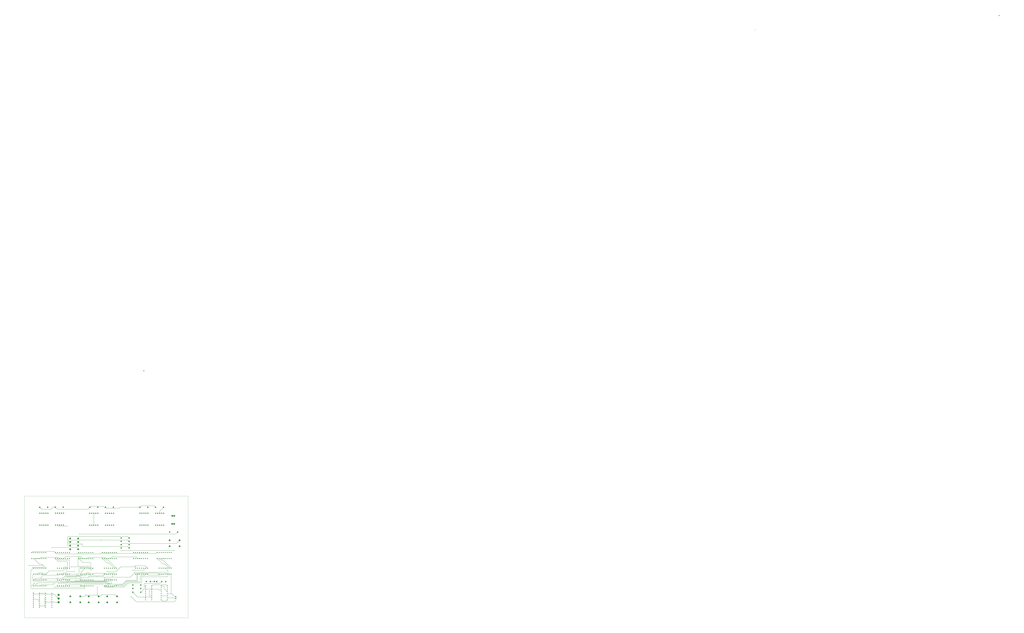
<source format=gbr>
G04 PROTEUS GERBER X2 FILE*
%TF.GenerationSoftware,Labcenter,Proteus,8.11-SP0-Build30052*%
%TF.CreationDate,2021-11-27T06:41:44+00:00*%
%TF.FileFunction,Copper,L1,Top*%
%TF.FilePolarity,Positive*%
%TF.Part,Single*%
%TF.SameCoordinates,{e397242e-da90-49e6-b63e-a6f9376aac74}*%
%FSLAX45Y45*%
%MOMM*%
G01*
%TA.AperFunction,Conductor*%
%ADD10C,0.254000*%
%TA.AperFunction,ViaPad*%
%ADD11C,0.762000*%
%TA.AperFunction,OtherPad,Unknown*%
%ADD12C,0.762000*%
%ADD13C,1.270000*%
%TA.AperFunction,ComponentPad*%
%ADD14C,1.500000*%
%TA.AperFunction,ComponentPad*%
%ADD15R,1.270000X1.270000*%
%ADD16C,1.270000*%
%TA.AperFunction,WasherPad*%
%ADD17R,1.180000X1.180000*%
%TA.AperFunction,ComponentPad*%
%ADD18C,1.180000*%
%TA.AperFunction,WasherPad*%
%ADD19R,1.130000X1.130000*%
%TA.AperFunction,ComponentPad*%
%ADD70C,1.130000*%
%TA.AperFunction,ComponentPad*%
%ADD71C,2.250000*%
%TA.AperFunction,ComponentPad*%
%ADD20R,2.032000X2.032000*%
%ADD21C,1.778000*%
%ADD22C,2.286000*%
%TA.AperFunction,WasherPad*%
%ADD23C,1.397000*%
%TA.AperFunction,ComponentPad*%
%ADD24C,2.780000*%
%TA.AperFunction,OtherPad,Unknown*%
%ADD25C,1.778000*%
%TA.AperFunction,Profile*%
%ADD26C,0.203200*%
%TD.AperFunction*%
D10*
X-880000Y+28152000D02*
X-1415737Y+28687737D01*
X-1697737Y+28687737D01*
X-2390000Y+29380000D01*
X-626000Y+28152000D02*
X-1660734Y+29186734D01*
X-1942734Y+29186734D01*
X-2136000Y+29380000D01*
X-14384000Y+29380000D02*
X-14109500Y+29654500D01*
X-12954000Y+29654500D01*
X-12220000Y+24542000D02*
X-11653000Y+24542000D01*
X-11493500Y+24701500D01*
X-11892000Y+29370000D02*
X-12176500Y+29654500D01*
X-12954000Y+29654500D01*
X-8892000Y+29380000D02*
X-9039500Y+29527500D01*
X-11226500Y+29527500D01*
X-11384000Y+29370000D01*
X-11000000Y+35940000D02*
X-11253000Y+35687000D01*
X-15153000Y+35687000D01*
X-15410000Y+35944000D01*
X-9000000Y+35944000D02*
X-8870000Y+35814000D01*
X-7239000Y+35814000D01*
X-7113000Y+35940000D01*
X-4610000Y+35940000D01*
X-11000000Y+35940000D02*
X-10872000Y+36068000D01*
X-9271000Y+36068000D01*
X-9147000Y+35944000D01*
X-9000000Y+35944000D01*
X-15410000Y+35944000D02*
X-15684500Y+35944000D01*
X-15941500Y+35687000D01*
X-17147000Y+35687000D01*
X-17400000Y+35940000D01*
X-4892000Y+29380000D02*
X-5103000Y+29591000D01*
X-8173000Y+29591000D01*
X-8384000Y+29380000D01*
X-14892000Y+29380000D02*
X-15039500Y+29527500D01*
X-17236500Y+29527500D01*
X-17384000Y+29380000D01*
X-9880000Y+24532000D02*
X-9715500Y+24532000D01*
X-9482500Y+24765000D01*
X-7743000Y+24765000D01*
X-7510000Y+24532000D01*
X-2600000Y+35940000D02*
X-2791500Y+36131500D01*
X-4418500Y+36131500D01*
X-4610000Y+35940000D01*
X-1887000Y+24609000D02*
X-1093000Y+24609000D01*
X-17638000Y+29380000D02*
X-17384000Y+29380000D01*
X-1628000Y+29380000D02*
X-1374000Y+29380000D01*
X-11892000Y+29370000D02*
X-11638000Y+29370000D01*
X-8638000Y+29380000D02*
X-8384000Y+29380000D01*
X-11638000Y+29370000D02*
X-11384000Y+29370000D01*
X-4892000Y+29380000D02*
X-4638000Y+29380000D01*
X-4384000Y+29380000D01*
X-8892000Y+29380000D02*
X-8638000Y+29380000D01*
X-17638000Y+29380000D02*
X-17892000Y+29380000D01*
X-1882000Y+29380000D02*
X-1628000Y+29380000D01*
X-14638000Y+29380000D02*
X-14384000Y+29380000D01*
X-14892000Y+29380000D02*
X-14638000Y+29380000D01*
X-3096300Y+25869000D02*
X-2930300Y+26035000D01*
X-2476500Y+26035000D01*
X-1778000Y+26035000D02*
X-2476500Y+26035000D01*
X-1524000Y+26035000D02*
X-1778000Y+26035000D01*
X-1093000Y+25879000D02*
X-1249000Y+26035000D01*
X-1524000Y+26035000D01*
X-1887000Y+25879000D02*
X-1589518Y+25879000D01*
X-1491518Y+25781000D01*
X-1491518Y+25515518D01*
X-1093000Y+25117000D01*
X-5524500Y+27876500D02*
X-4135500Y+27876500D01*
X-3870000Y+28142000D01*
X-5270500Y+28448000D02*
X-3922000Y+28448000D01*
X-3616000Y+28142000D01*
X-5143500Y+28321000D02*
X-7048500Y+28321000D01*
X-7683500Y+27686000D01*
X-8763000Y+27686000D01*
X-7870000Y+25880000D02*
X-7976650Y+25773350D01*
X-8945850Y+25773350D01*
X-9017000Y+25844500D01*
X-9017000Y+26085800D01*
X-8953500Y+26149300D01*
X-8331200Y+26149300D01*
X-8255000Y+26225500D01*
X-8255000Y+26733500D01*
X-8318500Y+26797000D01*
X-8953500Y+26797000D01*
X-9017000Y+26733500D01*
X-9017000Y+26598850D01*
X-9080500Y+26535350D01*
X-12755850Y+26535350D01*
X-12827000Y+26606500D01*
X-4886000Y+27380000D02*
X-4632000Y+27380000D01*
X-11747500Y+30924500D02*
X-11938000Y+30924500D01*
X-12001500Y+30988000D01*
X-12001500Y+31242000D01*
X-13652500Y+31242000D01*
X-13716000Y+31305500D01*
X-13716000Y+31734000D01*
X-13510000Y+31940000D01*
X-11747500Y+30924500D02*
X-6158500Y+30924500D01*
X-5974000Y+30740000D01*
X-9140000Y+27380000D02*
X-9342000Y+27178000D01*
X-10922000Y+27178000D01*
X-10985500Y+27241500D01*
X-10985500Y+27495500D01*
X-11049000Y+27559000D01*
X-11430000Y+27559000D01*
X-11493500Y+27495500D01*
X-11493500Y+27228800D01*
X-11557000Y+27165300D01*
X-13893800Y+27165300D01*
X-13970000Y+27241500D01*
X-13970000Y+27495500D01*
X-14033500Y+27559000D01*
X-14414500Y+27559000D01*
X-14478000Y+27495500D01*
X-14478000Y+27241500D01*
X-7870000Y+28142000D02*
X-8550631Y+28822631D01*
X-8842631Y+28822631D01*
X-9400000Y+29380000D01*
X-7616000Y+28142000D02*
X-8660594Y+29186594D01*
X-8952594Y+29186594D01*
X-9146000Y+29380000D01*
X-14986000Y+26225500D02*
X-8509000Y+26225500D01*
X-9588500Y+31750000D02*
X-13250000Y+31750000D01*
X-13510000Y+31490000D01*
X-9588500Y+31750000D02*
X-6154000Y+31750000D01*
X-5984000Y+31580000D01*
X-11632000Y+28142000D02*
X-12140000Y+27634000D01*
X-12140000Y+27380000D01*
X-12400000Y+29370000D02*
X-11917570Y+28887570D01*
X-10992070Y+28887570D01*
X-10870000Y+28765500D01*
X-10870000Y+28142000D01*
X-14097000Y+26035000D02*
X-12001500Y+26035000D01*
X-12509500Y+28384500D02*
X-12509500Y+29464000D01*
X-12446000Y+29527500D01*
X-12303500Y+29527500D01*
X-12146000Y+29370000D01*
X-12509500Y+28384500D02*
X-11049000Y+28384500D01*
X-10985500Y+28321000D01*
X-10985500Y+28003500D01*
X-10922000Y+27940000D01*
X-10818000Y+27940000D01*
X-10616000Y+28142000D01*
X-12509500Y+28384500D02*
X-12573000Y+28321000D01*
X-13398500Y+28321000D01*
X-11886000Y+27380000D02*
X-12024500Y+27241500D01*
X-12700000Y+27241500D01*
X-12700000Y+26987500D02*
X-13970000Y+26987500D01*
X-11886000Y+27380000D02*
X-11632000Y+27380000D01*
X-14114000Y+26642000D02*
X-13951500Y+26479500D01*
X-13779500Y+26479500D01*
X-13716000Y+26543000D01*
X-13716000Y+26733500D01*
X-13652500Y+26797000D01*
X-12319000Y+26797000D01*
X-12255500Y+26733500D01*
X-13860000Y+28142000D02*
X-13860000Y+28901400D01*
X-13970000Y+29011400D01*
X-15031400Y+29011400D01*
X-15400000Y+29380000D01*
X-13860000Y+26642000D02*
X-14015000Y+26797000D01*
X-14467000Y+26797000D01*
X-14622000Y+26642000D01*
X-15146000Y+29380000D02*
X-14966616Y+29200616D01*
X-13723616Y+29200616D01*
X-13606000Y+29083000D01*
X-13606000Y+28142000D01*
X-17907000Y+26035000D02*
X-17653000Y+26289000D01*
X-15621000Y+26289000D01*
X-14368000Y+28142000D02*
X-14189000Y+28321000D01*
X-14033500Y+28321000D01*
X-13970000Y+28257500D01*
X-13970000Y+27788520D01*
X-13906500Y+27725020D01*
X-12978480Y+27725020D01*
X-12954000Y+27749500D01*
X-13906500Y+33528000D02*
X-14994000Y+33528000D01*
X-15126000Y+33660000D01*
X-13510000Y+31030000D02*
X-13758000Y+31030000D01*
X-13843000Y+31115000D01*
X-13843000Y+32131000D01*
X-13779500Y+32194500D01*
X-6178500Y+32194500D01*
X-5984000Y+32000000D01*
X-17448000Y+23934000D02*
X-17702000Y+24188000D01*
X-18210000Y+24188000D01*
X-14876000Y+27380000D02*
X-15014500Y+27241500D01*
X-16954500Y+27241500D01*
X-17018000Y+27305000D01*
X-17018000Y+27495500D01*
X-17081500Y+27559000D01*
X-17453000Y+27559000D01*
X-17632000Y+27380000D01*
X-17886000Y+27380000D01*
X-14876000Y+27380000D02*
X-14622000Y+27380000D01*
X-18140000Y+27380000D02*
X-18288000Y+27232000D01*
X-18288000Y+26543000D01*
X-18224500Y+26479500D01*
X-15038500Y+26479500D01*
X-14876000Y+26642000D01*
X-14650000Y+26416000D01*
X-8858000Y+26416000D01*
X-8632000Y+26642000D01*
X-18288000Y+28257500D02*
X-16985500Y+28257500D01*
X-16870000Y+28142000D01*
X-8886000Y+26642000D02*
X-8886000Y+26479500D01*
X-13443500Y+26479500D01*
X-13606000Y+26642000D01*
X-17378000Y+25880000D02*
X-17223000Y+26035000D01*
X-15684500Y+26035000D01*
X-15367000Y+26352500D01*
X-8667500Y+26352500D01*
X-8378000Y+26642000D01*
X-7000000Y+31150000D02*
X-6844500Y+31305500D01*
X+53500Y+31305500D01*
X+460000Y+31712000D01*
X-14478000Y+25717500D02*
X-11811000Y+25717500D01*
X-11747500Y+25781000D01*
X-11747500Y+26035000D01*
X-11684000Y+26098500D01*
X-9334500Y+26098500D01*
X-15557500Y+25717500D02*
X-14478000Y+25717500D01*
X-12509500Y+30797500D02*
X-15811500Y+30797500D01*
X-10492000Y+35164000D02*
X-10492000Y+33640000D01*
X-2082000Y+35164000D02*
X-2082000Y+35442000D01*
X-1584000Y+35940000D01*
X-3883700Y+25361000D02*
X-3781200Y+25463500D01*
X-2315000Y+25463500D01*
X-2222500Y+25371000D01*
X-1887000Y+25371000D01*
X-5510000Y+25070000D02*
X-4887500Y+24447500D01*
X-3198800Y+24447500D01*
X-3096300Y+24345000D01*
X-15853000Y+24828500D02*
X-15558500Y+24828500D01*
X-14990000Y+24260000D01*
X-15853000Y+24828500D02*
X-15853000Y+24929000D01*
X-15875000Y+24828500D02*
X-18088500Y+24828500D01*
X-18210000Y+24950000D01*
X-15875000Y+24828500D02*
X-15853000Y+24828500D01*
X-12319000Y+32512000D02*
X-32000Y+32512000D01*
X+216000Y+32760000D01*
X-11124000Y+28142000D02*
X-11239500Y+28257500D01*
X-12319000Y+28257500D01*
X-12382500Y+28194000D01*
X-12382500Y+27443500D01*
X-12446000Y+27380000D01*
X-13606000Y+27380000D01*
X-16700500Y+23812500D02*
X-15811500Y+23812500D01*
X-15789000Y+23790000D01*
X-14990000Y+23790000D01*
X-16764000Y+23368000D02*
X-16764000Y+23749000D01*
X-16700500Y+23812500D01*
X-17448000Y+23426000D02*
X-17326500Y+23304500D01*
X-16827500Y+23304500D01*
X-16764000Y+23368000D01*
X-16764000Y+23268000D01*
X-16647000Y+23151000D01*
X-1887000Y+24101000D02*
X-1725500Y+23939500D01*
X-1254500Y+23939500D01*
X-1093000Y+24101000D01*
X-1896000Y+27390000D02*
X-2044500Y+27241500D01*
X-3477500Y+27241500D01*
X-3616000Y+27380000D01*
X-14114000Y+28142000D02*
X-14443000Y+27813000D01*
X-16183000Y+27813000D01*
X-16616000Y+27380000D01*
X-8886000Y+27380000D02*
X-9001500Y+27495500D01*
X-10500500Y+27495500D01*
X-10616000Y+27380000D01*
X-8632000Y+27380000D02*
X-8516500Y+27495500D01*
X-7985500Y+27495500D01*
X-7870000Y+27380000D01*
X-16647000Y+24421000D02*
X-16764000Y+24304000D01*
X-16764000Y+23876000D01*
X-16700500Y+23812500D01*
X-8886000Y+27380000D02*
X-8632000Y+27380000D01*
X-16870000Y+27380000D02*
X-16616000Y+27380000D01*
X-13860000Y+27380000D02*
X-13606000Y+27380000D01*
X-7870000Y+27380000D02*
X-7616000Y+27380000D01*
X-880000Y+27390000D02*
X-626000Y+27390000D01*
X-1896000Y+27390000D02*
X-1642000Y+27390000D01*
X-3870000Y+27380000D02*
X-3616000Y+27380000D01*
X-4254500Y+27622500D02*
X-1366500Y+27622500D01*
X-1134000Y+27390000D01*
X-15400000Y+30142000D02*
X-15230000Y+29972000D01*
X-12573000Y+29972000D01*
X-12509500Y+30035500D01*
X-14114000Y+27178000D02*
X-14431500Y+26860500D01*
X-15176500Y+26860500D01*
X-5400000Y+30142000D02*
X-5293500Y+30035500D01*
X-2496500Y+30035500D01*
X-2390000Y+30142000D01*
X-12140000Y+26924000D02*
X-12330500Y+27114500D01*
X-14050500Y+27114500D01*
X-14114000Y+27178000D01*
X-9400000Y+30142000D02*
X-9570000Y+29972000D01*
X-12446000Y+29972000D01*
X-12509500Y+30035500D01*
X-12400000Y+30132000D02*
X-12509500Y+30132000D01*
X-12509500Y+30035500D01*
X-15176500Y+26860500D02*
X-15176500Y+26797000D01*
X-15125700Y+26746200D01*
X-15125700Y+26646300D01*
X-15130000Y+26642000D01*
X-9144000Y+26924000D02*
X-9140000Y+26920000D01*
X-9140000Y+26642000D01*
X-8124000Y+27051000D02*
X-8060500Y+26987500D01*
X-5842000Y+26987500D01*
X-5207000Y+27622500D01*
X-4254500Y+27622500D01*
X-5400000Y+30142000D02*
X-5506500Y+30035500D01*
X-9293500Y+30035500D01*
X-9400000Y+30142000D01*
X-15400000Y+30142000D02*
X-15547500Y+30289500D01*
X-18252500Y+30289500D01*
X-18400000Y+30142000D01*
X-15176500Y+26860500D02*
X-15240000Y+26797000D01*
X-17208500Y+26797000D01*
X-17272000Y+26860500D01*
X-18140000Y+26642000D02*
X-17921500Y+26860500D01*
X-17272000Y+26860500D01*
X-17124000Y+27008500D01*
X-17124000Y+27380000D01*
X-11124000Y+27051000D02*
X-9271000Y+27051000D01*
X-9144000Y+26924000D01*
X-9080500Y+26987500D01*
X-8187500Y+26987500D01*
X-8124000Y+27051000D01*
X-12140000Y+26924000D02*
X-11251000Y+26924000D01*
X-11124000Y+27051000D01*
X-8124000Y+27051000D02*
X-8124000Y+27380000D01*
X-11124000Y+27051000D02*
X-11124000Y+27380000D01*
X-12140000Y+26642000D02*
X-12140000Y+26924000D01*
X-14114000Y+27178000D02*
X-14114000Y+27380000D01*
X-8886000Y+25880000D02*
X-8667500Y+26098500D01*
X-6850000Y+26098500D01*
X-6348500Y+26600000D01*
X-5016500Y+26600000D01*
X-5016500Y+27432000D01*
X-4953000Y+27495500D01*
X-2255500Y+27495500D01*
X-2150000Y+27390000D01*
X-7870000Y+25880000D02*
X-7750000Y+26000000D01*
X-6785000Y+26000000D01*
X-6285000Y+26500000D01*
X-4886000Y+26500000D01*
X-4886000Y+27380000D01*
X-6650000Y+25717500D02*
X-6117500Y+26250000D01*
X-4381500Y+26250000D01*
X-1388000Y+28152000D02*
X-1016000Y+27780000D01*
X-1016000Y+27114500D01*
X-1079500Y+27051000D01*
X-4318000Y+27051000D01*
X-4381500Y+26987500D01*
X-4381500Y+26250000D01*
X-6650000Y+25717500D02*
X-9140000Y+25717500D01*
X-9140000Y+25880000D01*
X-3870000Y+27380000D02*
X-4050000Y+27200000D01*
X-4419199Y+27200000D01*
X-4568199Y+27051000D01*
X-4568199Y+26400000D01*
X-6180000Y+26400000D01*
X-6700000Y+25880000D01*
X-7616000Y+25880000D01*
X-3096300Y+24599000D02*
X-3400000Y+24599000D01*
X-3400000Y+25250000D01*
X-1093000Y+24355000D02*
X-1036500Y+24350000D01*
X-300000Y+24350000D01*
X-240000Y+24290000D01*
X-20000Y+24290000D01*
X-17448000Y+24950000D02*
X-16703500Y+24950000D01*
X-16647000Y+24929000D01*
X-5750000Y+24532000D02*
X-5068000Y+23850000D01*
X-200000Y+23850000D01*
X-20000Y+24030000D01*
X-20000Y+24290000D01*
X-10049500Y+24701500D02*
X-10049500Y+25700000D01*
X-9880000Y+24532000D02*
X-10049500Y+24701500D01*
X-11493500Y+24701500D01*
X-18140000Y+28142000D02*
X-18258000Y+28142000D01*
X-18550000Y+27850000D01*
X-18550000Y+25662000D01*
X-18415000Y+25527000D01*
X-11747500Y+25527000D01*
X-11632000Y+25642500D01*
X-11632000Y+25880000D01*
X-18050000Y+26250000D02*
X-18400000Y+25900000D01*
X-6990000Y+30400000D02*
X-750000Y+30400000D01*
X-226000Y+30400000D02*
X-750000Y+30400000D01*
X-626000Y+27390000D02*
X-626000Y+24863000D01*
X-1093000Y+24863000D02*
X-626000Y+24863000D01*
X-500000Y+24863000D01*
X-127000Y+24490000D01*
X-20000Y+24490000D01*
X-18800000Y+28500000D02*
X-17100000Y+28500000D01*
X-16616000Y+28142000D02*
X-16616000Y+28166000D01*
X-17100000Y+28650000D01*
X-17416000Y+28650000D01*
X-18146000Y+29380000D01*
X-2450000Y+26450000D02*
X-2450000Y+26200000D01*
X-4494000Y+25070000D02*
X-4064000Y+25500000D01*
X-4064000Y+26200000D01*
X-2450000Y+26200000D01*
X-2050000Y+26200000D01*
X-1820000Y+26430000D01*
X-3272000Y+26440000D02*
X-3272000Y+26450000D01*
X-2750000Y+26450000D01*
D11*
X-11493500Y+24701500D03*
X-8763000Y+27686000D03*
X-5143500Y+28321000D03*
X-12827000Y+26606500D03*
X-12001500Y+31242000D03*
X-14478000Y+27241500D03*
X-8509000Y+26225500D03*
X-14986000Y+26225500D03*
X-9588500Y+31750000D03*
X-12001500Y+26035000D03*
X-14097000Y+26035000D03*
X-13398500Y+28321000D03*
X-13970000Y+26987500D03*
X-12700000Y+26987500D03*
X-12700000Y+27241500D03*
X-12255500Y+26733500D03*
X-15621000Y+26289000D03*
X-17907000Y+26035000D03*
X-12954000Y+27749500D03*
X-13906500Y+33528000D03*
X-18288000Y+28257500D03*
X-9334500Y+26098500D03*
X-14478000Y+25717500D03*
X-15557500Y+25717500D03*
X-15811500Y+30797500D03*
X-12509500Y+30797500D03*
X-12319000Y+32512000D03*
X-4254500Y+27622500D03*
X-5270500Y+28448000D03*
X-5524500Y+27876500D03*
X-3400000Y+25250000D03*
X-5750000Y+24532000D03*
X-10049500Y+25700000D03*
X-10049500Y+27050000D03*
X-18050000Y+26250000D03*
X-18400000Y+25900000D03*
X-6990000Y+30400000D03*
X-226000Y+30400000D03*
X-18800000Y+28500000D03*
X-17100000Y+28500000D03*
D12*
X+74000000Y+97000000D03*
D13*
X+105150000Y+98840000D03*
D14*
X-2590000Y+33640000D03*
X-2336000Y+33640000D03*
X-2082000Y+33640000D03*
X-1828000Y+33640000D03*
X-1574000Y+33640000D03*
X-1574000Y+35164000D03*
X-1828000Y+35164000D03*
X-2082000Y+35164000D03*
X-2336000Y+35164000D03*
X-2590000Y+35164000D03*
X-4590000Y+33650000D03*
X-4336000Y+33650000D03*
X-4082000Y+33650000D03*
X-3828000Y+33650000D03*
X-3574000Y+33650000D03*
X-3574000Y+35174000D03*
X-3828000Y+35174000D03*
X-4082000Y+35174000D03*
X-4336000Y+35174000D03*
X-4590000Y+35174000D03*
X-8990000Y+33640000D03*
X-8736000Y+33640000D03*
X-8482000Y+33640000D03*
X-8228000Y+33640000D03*
X-7974000Y+33640000D03*
X-7974000Y+35164000D03*
X-8228000Y+35164000D03*
X-8482000Y+35164000D03*
X-8736000Y+35164000D03*
X-8990000Y+35164000D03*
X-11000000Y+33640000D03*
X-10746000Y+33640000D03*
X-10492000Y+33640000D03*
X-10238000Y+33640000D03*
X-9984000Y+33640000D03*
X-9984000Y+35164000D03*
X-10238000Y+35164000D03*
X-10492000Y+35164000D03*
X-10746000Y+35164000D03*
X-11000000Y+35164000D03*
X-15380000Y+33660000D03*
X-15126000Y+33660000D03*
X-14872000Y+33660000D03*
X-14618000Y+33660000D03*
X-14364000Y+33660000D03*
X-14364000Y+35184000D03*
X-14618000Y+35184000D03*
X-14872000Y+35184000D03*
X-15126000Y+35184000D03*
X-15380000Y+35184000D03*
X-17380000Y+33650000D03*
X-17126000Y+33650000D03*
X-16872000Y+33650000D03*
X-16618000Y+33650000D03*
X-16364000Y+33650000D03*
X-16364000Y+35174000D03*
X-16618000Y+35174000D03*
X-16872000Y+35174000D03*
X-17126000Y+35174000D03*
X-17380000Y+35174000D03*
D15*
X-2150000Y+27390000D03*
D16*
X-1896000Y+27390000D03*
X-1642000Y+27390000D03*
X-1388000Y+27390000D03*
X-1134000Y+27390000D03*
X-880000Y+27390000D03*
X-626000Y+27390000D03*
X-626000Y+28152000D03*
X-880000Y+28152000D03*
X-1134000Y+28152000D03*
X-1388000Y+28152000D03*
X-1642000Y+28152000D03*
X-1896000Y+28152000D03*
X-2150000Y+28152000D03*
D15*
X-2390000Y+29380000D03*
D16*
X-2136000Y+29380000D03*
X-1882000Y+29380000D03*
X-1628000Y+29380000D03*
X-1374000Y+29380000D03*
X-1120000Y+29380000D03*
X-866000Y+29380000D03*
X-612000Y+29380000D03*
X-612000Y+30142000D03*
X-866000Y+30142000D03*
X-1120000Y+30142000D03*
X-1374000Y+30142000D03*
X-1628000Y+30142000D03*
X-1882000Y+30142000D03*
X-2136000Y+30142000D03*
X-2390000Y+30142000D03*
D15*
X-5140000Y+27380000D03*
D16*
X-4886000Y+27380000D03*
X-4632000Y+27380000D03*
X-4378000Y+27380000D03*
X-4124000Y+27380000D03*
X-3870000Y+27380000D03*
X-3616000Y+27380000D03*
X-3616000Y+28142000D03*
X-3870000Y+28142000D03*
X-4124000Y+28142000D03*
X-4378000Y+28142000D03*
X-4632000Y+28142000D03*
X-4886000Y+28142000D03*
X-5140000Y+28142000D03*
D15*
X-5400000Y+29380000D03*
D16*
X-5146000Y+29380000D03*
X-4892000Y+29380000D03*
X-4638000Y+29380000D03*
X-4384000Y+29380000D03*
X-4130000Y+29380000D03*
X-3876000Y+29380000D03*
X-3622000Y+29380000D03*
X-3622000Y+30142000D03*
X-3876000Y+30142000D03*
X-4130000Y+30142000D03*
X-4384000Y+30142000D03*
X-4638000Y+30142000D03*
X-4892000Y+30142000D03*
X-5146000Y+30142000D03*
X-5400000Y+30142000D03*
D15*
X-9140000Y+27380000D03*
D16*
X-8886000Y+27380000D03*
X-8632000Y+27380000D03*
X-8378000Y+27380000D03*
X-8124000Y+27380000D03*
X-7870000Y+27380000D03*
X-7616000Y+27380000D03*
X-7616000Y+28142000D03*
X-7870000Y+28142000D03*
X-8124000Y+28142000D03*
X-8378000Y+28142000D03*
X-8632000Y+28142000D03*
X-8886000Y+28142000D03*
X-9140000Y+28142000D03*
D15*
X-9400000Y+29380000D03*
D16*
X-9146000Y+29380000D03*
X-8892000Y+29380000D03*
X-8638000Y+29380000D03*
X-8384000Y+29380000D03*
X-8130000Y+29380000D03*
X-7876000Y+29380000D03*
X-7622000Y+29380000D03*
X-7622000Y+30142000D03*
X-7876000Y+30142000D03*
X-8130000Y+30142000D03*
X-8384000Y+30142000D03*
X-8638000Y+30142000D03*
X-8892000Y+30142000D03*
X-9146000Y+30142000D03*
X-9400000Y+30142000D03*
D15*
X-12140000Y+27380000D03*
D16*
X-11886000Y+27380000D03*
X-11632000Y+27380000D03*
X-11378000Y+27380000D03*
X-11124000Y+27380000D03*
X-10870000Y+27380000D03*
X-10616000Y+27380000D03*
X-10616000Y+28142000D03*
X-10870000Y+28142000D03*
X-11124000Y+28142000D03*
X-11378000Y+28142000D03*
X-11632000Y+28142000D03*
X-11886000Y+28142000D03*
X-12140000Y+28142000D03*
D15*
X-12400000Y+29370000D03*
D16*
X-12146000Y+29370000D03*
X-11892000Y+29370000D03*
X-11638000Y+29370000D03*
X-11384000Y+29370000D03*
X-11130000Y+29370000D03*
X-10876000Y+29370000D03*
X-10622000Y+29370000D03*
X-10622000Y+30132000D03*
X-10876000Y+30132000D03*
X-11130000Y+30132000D03*
X-11384000Y+30132000D03*
X-11638000Y+30132000D03*
X-11892000Y+30132000D03*
X-12146000Y+30132000D03*
X-12400000Y+30132000D03*
D15*
X-15130000Y+27380000D03*
D16*
X-14876000Y+27380000D03*
X-14622000Y+27380000D03*
X-14368000Y+27380000D03*
X-14114000Y+27380000D03*
X-13860000Y+27380000D03*
X-13606000Y+27380000D03*
X-13606000Y+28142000D03*
X-13860000Y+28142000D03*
X-14114000Y+28142000D03*
X-14368000Y+28142000D03*
X-14622000Y+28142000D03*
X-14876000Y+28142000D03*
X-15130000Y+28142000D03*
D15*
X-15400000Y+29380000D03*
D16*
X-15146000Y+29380000D03*
X-14892000Y+29380000D03*
X-14638000Y+29380000D03*
X-14384000Y+29380000D03*
X-14130000Y+29380000D03*
X-13876000Y+29380000D03*
X-13622000Y+29380000D03*
X-13622000Y+30142000D03*
X-13876000Y+30142000D03*
X-14130000Y+30142000D03*
X-14384000Y+30142000D03*
X-14638000Y+30142000D03*
X-14892000Y+30142000D03*
X-15146000Y+30142000D03*
X-15400000Y+30142000D03*
D15*
X-18140000Y+27380000D03*
D16*
X-17886000Y+27380000D03*
X-17632000Y+27380000D03*
X-17378000Y+27380000D03*
X-17124000Y+27380000D03*
X-16870000Y+27380000D03*
X-16616000Y+27380000D03*
X-16616000Y+28142000D03*
X-16870000Y+28142000D03*
X-17124000Y+28142000D03*
X-17378000Y+28142000D03*
X-17632000Y+28142000D03*
X-17886000Y+28142000D03*
X-18140000Y+28142000D03*
D15*
X-18400000Y+29380000D03*
D16*
X-18146000Y+29380000D03*
X-17892000Y+29380000D03*
X-17638000Y+29380000D03*
X-17384000Y+29380000D03*
X-17130000Y+29380000D03*
X-16876000Y+29380000D03*
X-16622000Y+29380000D03*
X-16622000Y+30142000D03*
X-16876000Y+30142000D03*
X-17130000Y+30142000D03*
X-17384000Y+30142000D03*
X-17638000Y+30142000D03*
X-17892000Y+30142000D03*
X-18146000Y+30142000D03*
X-18400000Y+30142000D03*
D15*
X-18140000Y+25880000D03*
D16*
X-17886000Y+25880000D03*
X-17632000Y+25880000D03*
X-17378000Y+25880000D03*
X-17124000Y+25880000D03*
X-16870000Y+25880000D03*
X-16616000Y+25880000D03*
X-16616000Y+26642000D03*
X-16870000Y+26642000D03*
X-17124000Y+26642000D03*
X-17378000Y+26642000D03*
X-17632000Y+26642000D03*
X-17886000Y+26642000D03*
X-18140000Y+26642000D03*
D15*
X-9140000Y+25880000D03*
D16*
X-8886000Y+25880000D03*
X-8632000Y+25880000D03*
X-8378000Y+25880000D03*
X-8124000Y+25880000D03*
X-7870000Y+25880000D03*
X-7616000Y+25880000D03*
X-7616000Y+26642000D03*
X-7870000Y+26642000D03*
X-8124000Y+26642000D03*
X-8378000Y+26642000D03*
X-8632000Y+26642000D03*
X-8886000Y+26642000D03*
X-9140000Y+26642000D03*
D15*
X-15130000Y+25880000D03*
D16*
X-14876000Y+25880000D03*
X-14622000Y+25880000D03*
X-14368000Y+25880000D03*
X-14114000Y+25880000D03*
X-13860000Y+25880000D03*
X-13606000Y+25880000D03*
X-13606000Y+26642000D03*
X-13860000Y+26642000D03*
X-14114000Y+26642000D03*
X-14368000Y+26642000D03*
X-14622000Y+26642000D03*
X-14876000Y+26642000D03*
X-15130000Y+26642000D03*
D15*
X-12140000Y+25880000D03*
D16*
X-11886000Y+25880000D03*
X-11632000Y+25880000D03*
X-11378000Y+25880000D03*
X-11124000Y+25880000D03*
X-10870000Y+25880000D03*
X-10616000Y+25880000D03*
X-10616000Y+26642000D03*
X-10870000Y+26642000D03*
X-11124000Y+26642000D03*
X-11378000Y+26642000D03*
X-11632000Y+26642000D03*
X-11886000Y+26642000D03*
X-12140000Y+26642000D03*
D17*
X-3883700Y+25869000D03*
D18*
X-3883700Y+25615000D03*
X-3883700Y+25361000D03*
X-3883700Y+25107000D03*
X-3883700Y+24853000D03*
X-3883700Y+24599000D03*
X-3883700Y+24345000D03*
X-3883700Y+24091000D03*
X-3096300Y+24091000D03*
X-3096300Y+24345000D03*
X-3096300Y+24599000D03*
X-3096300Y+24853000D03*
X-3096300Y+25107000D03*
X-3096300Y+25361000D03*
X-3096300Y+25615000D03*
X-3096300Y+25869000D03*
D19*
X-1887000Y+25879000D03*
D70*
X-1887000Y+25625000D03*
X-1887000Y+25371000D03*
X-1887000Y+25117000D03*
X-1887000Y+24863000D03*
X-1887000Y+24609000D03*
X-1887000Y+24355000D03*
X-1887000Y+24101000D03*
X-1093000Y+24101000D03*
X-1093000Y+24355000D03*
X-1093000Y+24609000D03*
X-1093000Y+24863000D03*
X-1093000Y+25117000D03*
X-1093000Y+25371000D03*
X-1093000Y+25625000D03*
X-1093000Y+25879000D03*
D71*
X-8780000Y+23770000D03*
X-7510000Y+23770000D03*
X-7510000Y+24532000D03*
X-8780000Y+24532000D03*
X-11150000Y+23770000D03*
X-9880000Y+23770000D03*
X-9880000Y+24532000D03*
X-11150000Y+24532000D03*
X-13490000Y+23780000D03*
X-12220000Y+23780000D03*
X-12220000Y+24542000D03*
X-13490000Y+24542000D03*
D15*
X-18210000Y+24950000D03*
D16*
X-18210000Y+24696000D03*
X-18210000Y+24442000D03*
X-18210000Y+24188000D03*
X-18210000Y+23934000D03*
X-18210000Y+23680000D03*
X-18210000Y+23426000D03*
X-18210000Y+23172000D03*
X-17448000Y+23172000D03*
X-17448000Y+23426000D03*
X-17448000Y+23680000D03*
X-17448000Y+23934000D03*
X-17448000Y+24188000D03*
X-17448000Y+24442000D03*
X-17448000Y+24696000D03*
X-17448000Y+24950000D03*
D19*
X-16647000Y+24929000D03*
D70*
X-16647000Y+24675000D03*
X-16647000Y+24421000D03*
X-16647000Y+24167000D03*
X-16647000Y+23913000D03*
X-16647000Y+23659000D03*
X-16647000Y+23405000D03*
X-16647000Y+23151000D03*
X-15853000Y+23151000D03*
X-15853000Y+23405000D03*
X-15853000Y+23659000D03*
X-15853000Y+23913000D03*
X-15853000Y+24167000D03*
X-15853000Y+24421000D03*
X-15853000Y+24675000D03*
X-15853000Y+24929000D03*
D20*
X-470000Y+34840000D03*
X-216000Y+34840000D03*
X-480000Y+33810000D03*
X-226000Y+33810000D03*
D71*
X-810000Y+30950000D03*
X+460000Y+30950000D03*
X+460000Y+31712000D03*
X-810000Y+31712000D03*
D21*
X-5510000Y+26000000D03*
X-4494000Y+26000000D03*
X-5510000Y+25550000D03*
X-4494000Y+25550000D03*
X-5510000Y+25070000D03*
X-4494000Y+25070000D03*
X-3780000Y+26440000D03*
X-3272000Y+26440000D03*
X-1820000Y+26430000D03*
X-1312000Y+26430000D03*
X-2600000Y+35940000D03*
X-1584000Y+35940000D03*
X-17400000Y+35940000D03*
X-16384000Y+35940000D03*
X-11000000Y+35940000D03*
X-9984000Y+35940000D03*
D22*
X-12494000Y+31940000D03*
X-13510000Y+31940000D03*
X-12494000Y+31490000D03*
X-13510000Y+31490000D03*
X-12494000Y+31030000D03*
X-13510000Y+31030000D03*
X-12494000Y+30560000D03*
X-13510000Y+30560000D03*
D21*
X-15410000Y+35944000D03*
X-14394000Y+35944000D03*
X-9000000Y+35944000D03*
X-7984000Y+35944000D03*
X-4610000Y+35940000D03*
X-3594000Y+35940000D03*
X-800000Y+32760000D03*
X+216000Y+32760000D03*
D23*
X-20000Y+24290000D03*
X-20000Y+24490000D03*
D21*
X-7000000Y+32000000D03*
X-5984000Y+32000000D03*
X-7000000Y+31580000D03*
X-5984000Y+31580000D03*
X-7000000Y+31150000D03*
X-5984000Y+31150000D03*
X-6990000Y+30740000D03*
X-5974000Y+30740000D03*
D24*
X-14990000Y+24730000D03*
X-14990000Y+24260000D03*
X-14990000Y+23790000D03*
D13*
X-4100000Y+53400000D03*
D25*
X-2450000Y+26450000D03*
X-2750000Y+26450000D03*
D26*
X-19350000Y+21790000D02*
X+1550000Y+21790000D01*
X+1550000Y+37360000D01*
X-19350000Y+37360000D01*
X-19350000Y+21790000D01*
M02*

</source>
